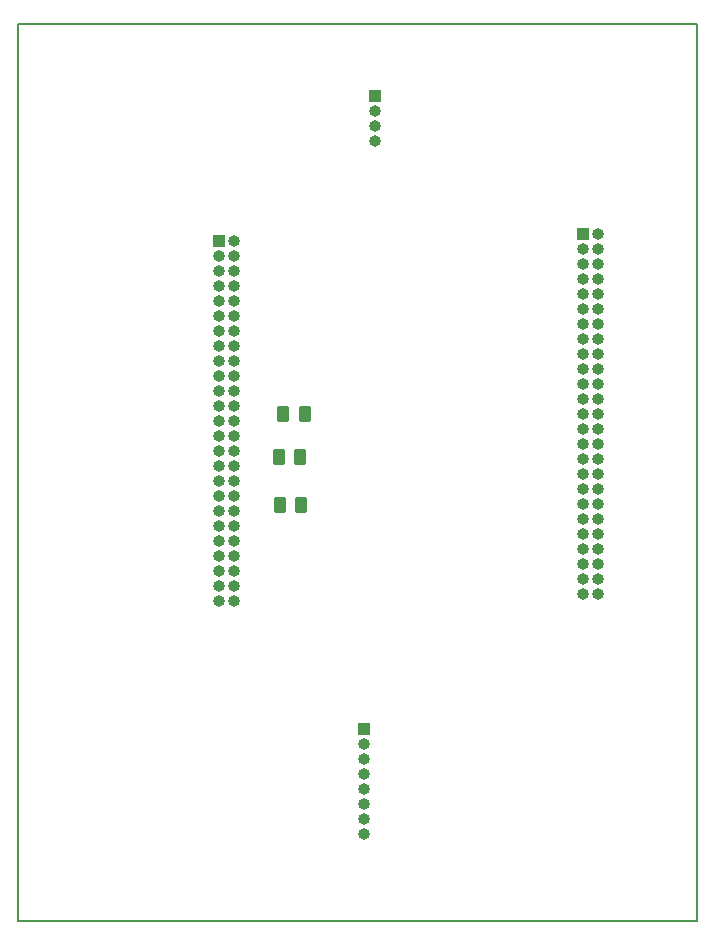
<source format=gbr>
%TF.GenerationSoftware,KiCad,Pcbnew,(7.0.0)*%
%TF.CreationDate,2023-06-01T22:42:06-06:00*%
%TF.ProjectId,STM32F4_lightsaber_shield,53544d33-3246-4345-9f6c-696768747361,rev?*%
%TF.SameCoordinates,Original*%
%TF.FileFunction,Soldermask,Top*%
%TF.FilePolarity,Negative*%
%FSLAX46Y46*%
G04 Gerber Fmt 4.6, Leading zero omitted, Abs format (unit mm)*
G04 Created by KiCad (PCBNEW (7.0.0)) date 2023-06-01 22:42:06*
%MOMM*%
%LPD*%
G01*
G04 APERTURE LIST*
G04 Aperture macros list*
%AMRoundRect*
0 Rectangle with rounded corners*
0 $1 Rounding radius*
0 $2 $3 $4 $5 $6 $7 $8 $9 X,Y pos of 4 corners*
0 Add a 4 corners polygon primitive as box body*
4,1,4,$2,$3,$4,$5,$6,$7,$8,$9,$2,$3,0*
0 Add four circle primitives for the rounded corners*
1,1,$1+$1,$2,$3*
1,1,$1+$1,$4,$5*
1,1,$1+$1,$6,$7*
1,1,$1+$1,$8,$9*
0 Add four rect primitives between the rounded corners*
20,1,$1+$1,$2,$3,$4,$5,0*
20,1,$1+$1,$4,$5,$6,$7,0*
20,1,$1+$1,$6,$7,$8,$9,0*
20,1,$1+$1,$8,$9,$2,$3,0*%
G04 Aperture macros list end*
%ADD10C,0.150000*%
%ADD11R,1.000000X1.000000*%
%ADD12O,1.000000X1.000000*%
%ADD13RoundRect,0.250000X0.262500X0.450000X-0.262500X0.450000X-0.262500X-0.450000X0.262500X-0.450000X0*%
G04 APERTURE END LIST*
D10*
X82677000Y-32512000D02*
X140208000Y-32512000D01*
X140208000Y-32512000D02*
X140208000Y-108458000D01*
X140208000Y-108458000D02*
X82677000Y-108458000D01*
X82677000Y-108458000D02*
X82677000Y-32512000D01*
D11*
%TO.C,J5*%
X112902999Y-38607999D03*
D12*
X112902999Y-39877999D03*
X112902999Y-41147999D03*
X112902999Y-42417999D03*
%TD*%
D13*
%TO.C,R2*%
X106576500Y-69235000D03*
X104751500Y-69235000D03*
%TD*%
%TO.C,R1*%
X106957500Y-65532000D03*
X105132500Y-65532000D03*
%TD*%
%TO.C,R3*%
X106680000Y-73279000D03*
X104855000Y-73279000D03*
%TD*%
D11*
%TO.C,J4*%
X112013999Y-92201999D03*
D12*
X112013999Y-93471999D03*
X112013999Y-94741999D03*
X112013999Y-96011999D03*
X112013999Y-97281999D03*
X112013999Y-98551999D03*
X112013999Y-99821999D03*
X112013999Y-101091999D03*
%TD*%
D11*
%TO.C,J1*%
X99694999Y-50926999D03*
D12*
X100964999Y-50926999D03*
X99694999Y-52196999D03*
X100964999Y-52196999D03*
X99694999Y-53466999D03*
X100964999Y-53466999D03*
X99694999Y-54736999D03*
X100964999Y-54736999D03*
X99694999Y-56006999D03*
X100964999Y-56006999D03*
X99694999Y-57276999D03*
X100964999Y-57276999D03*
X99694999Y-58546999D03*
X100964999Y-58546999D03*
X99694999Y-59816999D03*
X100964999Y-59816999D03*
X99694999Y-61086999D03*
X100964999Y-61086999D03*
X99694999Y-62356999D03*
X100964999Y-62356999D03*
X99694999Y-63626999D03*
X100964999Y-63626999D03*
X99694999Y-64896999D03*
X100964999Y-64896999D03*
X99694999Y-66166999D03*
X100964999Y-66166999D03*
X99694999Y-67436999D03*
X100964999Y-67436999D03*
X99694999Y-68706999D03*
X100964999Y-68706999D03*
X99694999Y-69976999D03*
X100964999Y-69976999D03*
X99694999Y-71246999D03*
X100964999Y-71246999D03*
X99694999Y-72516999D03*
X100964999Y-72516999D03*
X99694999Y-73786999D03*
X100964999Y-73786999D03*
X99694999Y-75056999D03*
X100964999Y-75056999D03*
X99694999Y-76326999D03*
X100964999Y-76326999D03*
X99694999Y-77596999D03*
X100964999Y-77596999D03*
X99694999Y-78866999D03*
X100964999Y-78866999D03*
X99694999Y-80136999D03*
X100964999Y-80136999D03*
X99694999Y-81406999D03*
X100964999Y-81406999D03*
%TD*%
D11*
%TO.C,J2*%
X130555999Y-50291999D03*
D12*
X131825999Y-50291999D03*
X130555999Y-51561999D03*
X131825999Y-51561999D03*
X130555999Y-52831999D03*
X131825999Y-52831999D03*
X130555999Y-54101999D03*
X131825999Y-54101999D03*
X130555999Y-55371999D03*
X131825999Y-55371999D03*
X130555999Y-56641999D03*
X131825999Y-56641999D03*
X130555999Y-57911999D03*
X131825999Y-57911999D03*
X130555999Y-59181999D03*
X131825999Y-59181999D03*
X130555999Y-60451999D03*
X131825999Y-60451999D03*
X130555999Y-61721999D03*
X131825999Y-61721999D03*
X130555999Y-62991999D03*
X131825999Y-62991999D03*
X130555999Y-64261999D03*
X131825999Y-64261999D03*
X130555999Y-65531999D03*
X131825999Y-65531999D03*
X130555999Y-66801999D03*
X131825999Y-66801999D03*
X130555999Y-68071999D03*
X131825999Y-68071999D03*
X130555999Y-69341999D03*
X131825999Y-69341999D03*
X130555999Y-70611999D03*
X131825999Y-70611999D03*
X130555999Y-71881999D03*
X131825999Y-71881999D03*
X130555999Y-73151999D03*
X131825999Y-73151999D03*
X130555999Y-74421999D03*
X131825999Y-74421999D03*
X130555999Y-75691999D03*
X131825999Y-75691999D03*
X130555999Y-76961999D03*
X131825999Y-76961999D03*
X130555999Y-78231999D03*
X131825999Y-78231999D03*
X130555999Y-79501999D03*
X131825999Y-79501999D03*
X130555999Y-80771999D03*
X131825999Y-80771999D03*
%TD*%
M02*

</source>
